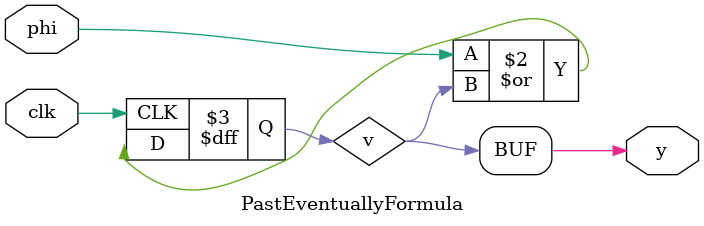
<source format=sv>
module PastEventuallyFormula (
    input logic clk,
    input logic phi,
    output logic y
);
    logic v;

    always_ff @(posedge clk) begin
        v <= phi | v;
    end

    assign y = v;
endmodule

</source>
